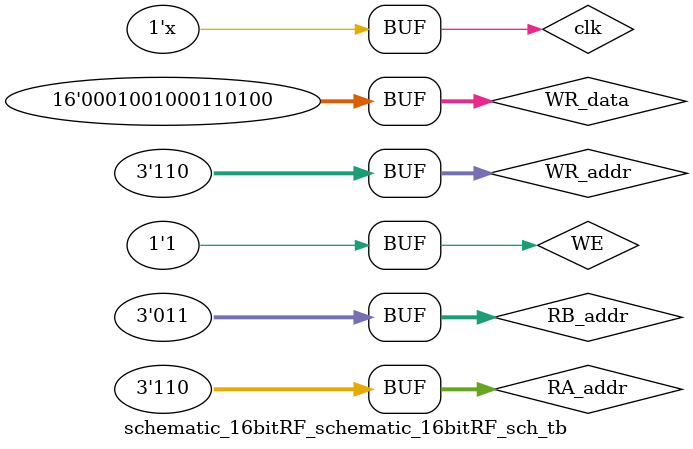
<source format=v>

`timescale 1ns / 1ps

module schematic_16bitRF_schematic_16bitRF_sch_tb();

// Inputs
   reg [15:0] WR_data;
   reg [2:0] RA_addr;
   reg clk;
   reg WE;
   reg [2:0] WR_addr;
   reg [2:0] RB_addr;

// Output
   wire [15:0] RA_data;
   wire [15:0] RB_data;

// Bidirs

// Instantiate the UUT
   schematic_16bitRF UUT (
		.WR_data(WR_data), 
		.RA_addr(RA_addr), 
		.clk(clk), 
		.WE(WE), 
		.WR_addr(WR_addr), 
		.RA_data(RA_data), 
		.RB_data(RB_data), 
		.RB_addr(RB_addr)
   );
// Initialize Inputs
	always #5 clk = ~clk;
	initial begin
		WR_data = 0;
		RA_addr = 0;
		RB_addr = 0;
		clk = 0;
		WE = 0;
		WR_addr = 0;
		
		#5 clk=1'b1;
		#20
		WE     = 1'b1;
		#20
		WR_addr= 3'b110;
		WR_data=15'hABCD;
		#20
		WR_addr= 3'b110;
		WR_data=15'h1234;
		#20
		RA_addr=3'b001;
		RB_addr=3'b010;
		#20
		RA_addr=3'b011;
		RB_addr=3'b110;
		#20
		RA_addr=3'b110;
		RB_addr=3'b011;
	end
endmodule

</source>
